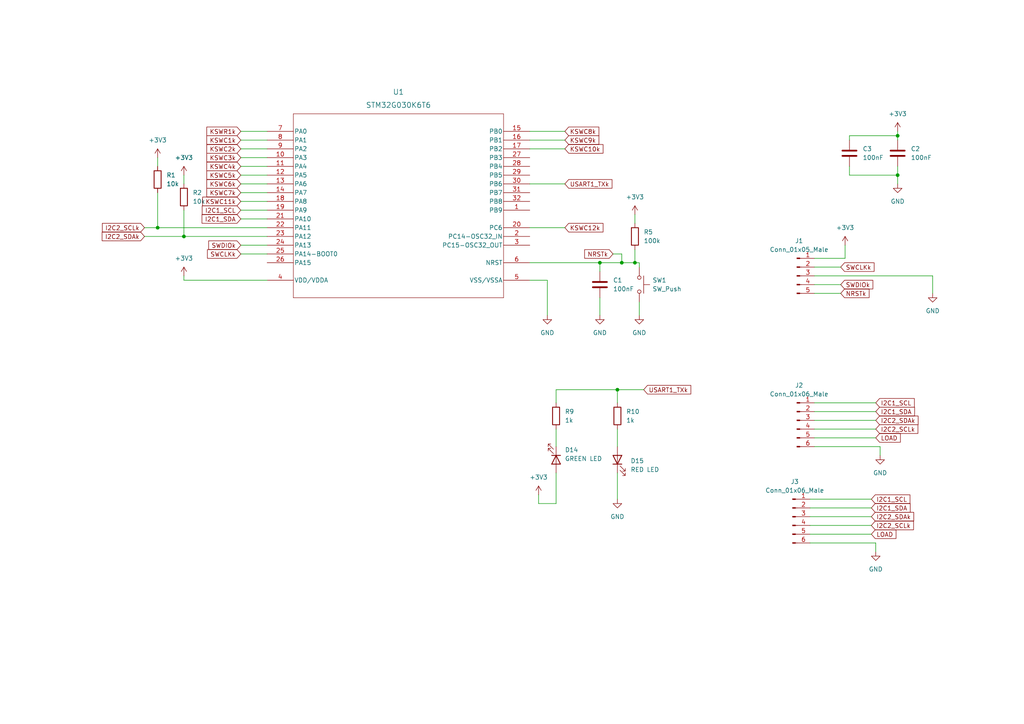
<source format=kicad_sch>
(kicad_sch (version 20211123) (generator eeschema)
  (paper "A4")
  (lib_symbols
    (symbol "2023-04-19_13-34-55:STM32G030K6T6" (pin_names (offset 0.254))
      (property "Reference" "U" (at 38.1 10.16 0))
      (property "Value" "STM32G030K6T6" (at 38.1 7.62 0))
      (symbol "STM32G030K6T6_0_1"
        (polyline (pts (xy 7.62 -48.26) (xy 68.58 -48.26)) (stroke (width 0.127)))
        (polyline (pts (xy 7.62 5.08) (xy 7.62 -48.26)) (stroke (width 0.127)))
        (polyline (pts (xy 68.58 -48.26) (xy 68.58 5.08)) (stroke (width 0.127)))
        (polyline (pts (xy 68.58 5.08) (xy 7.62 5.08)) (stroke (width 0.127)))
        (pin bidirectional line (at 76.2 -22.86 180) (length 7.62) (name "PB9") (number "1"))
        (pin bidirectional line (at 0 -7.62 0) (length 7.62) (name "PA3") (number "10"))
        (pin bidirectional line (at 0 -10.16 0) (length 7.62) (name "PA4") (number "11"))
        (pin bidirectional line (at 0 -12.7 0) (length 7.62) (name "PA5") (number "12"))
        (pin bidirectional line (at 0 -15.24 0) (length 7.62) (name "PA6") (number "13"))
        (pin bidirectional line (at 0 -17.78 0) (length 7.62) (name "PA7") (number "14"))
        (pin bidirectional line (at 76.2 0 180) (length 7.62) (name "PB0") (number "15"))
        (pin bidirectional line (at 76.2 -2.54 180) (length 7.62) (name "PB1") (number "16"))
        (pin bidirectional line (at 76.2 -5.08 180) (length 7.62) (name "PB2") (number "17"))
        (pin bidirectional line (at 0 -20.32 0) (length 7.62) (name "PA8") (number "18"))
        (pin bidirectional line (at 0 -22.86 0) (length 7.62) (name "PA9") (number "19"))
        (pin bidirectional line (at 76.2 -30.48 180) (length 7.62) (name "PC14-OSC32_IN") (number "2"))
        (pin bidirectional line (at 76.2 -27.94 180) (length 7.62) (name "PC6") (number "20"))
        (pin bidirectional line (at 0 -25.4 0) (length 7.62) (name "PA10") (number "21"))
        (pin bidirectional line (at 0 -27.94 0) (length 7.62) (name "PA11") (number "22"))
        (pin bidirectional line (at 0 -30.48 0) (length 7.62) (name "PA12") (number "23"))
        (pin bidirectional line (at 0 -33.02 0) (length 7.62) (name "PA13") (number "24"))
        (pin bidirectional line (at 0 -35.56 0) (length 7.62) (name "PA14-BOOT0") (number "25"))
        (pin bidirectional line (at 0 -38.1 0) (length 7.62) (name "PA15") (number "26"))
        (pin bidirectional line (at 76.2 -7.62 180) (length 7.62) (name "PB3") (number "27"))
        (pin bidirectional line (at 76.2 -10.16 180) (length 7.62) (name "PB4") (number "28"))
        (pin bidirectional line (at 76.2 -12.7 180) (length 7.62) (name "PB5") (number "29"))
        (pin bidirectional line (at 76.2 -33.02 180) (length 7.62) (name "PC15-OSC32_OUT") (number "3"))
        (pin bidirectional line (at 76.2 -15.24 180) (length 7.62) (name "PB6") (number "30"))
        (pin bidirectional line (at 76.2 -17.78 180) (length 7.62) (name "PB7") (number "31"))
        (pin bidirectional line (at 76.2 -20.32 180) (length 7.62) (name "PB8") (number "32"))
        (pin power_in line (at 0 -43.18 0) (length 7.62) (name "VDD/VDDA") (number "4"))
        (pin power_in line (at 76.2 -43.18 180) (length 7.62) (name "VSS/VSSA") (number "5"))
        (pin bidirectional line (at 76.2 -38.1 180) (length 7.62) (name "NRST") (number "6"))
        (pin bidirectional line (at 0 0 0) (length 7.62) (name "PA0") (number "7"))
        (pin bidirectional line (at 0 -2.54 0) (length 7.62) (name "PA1") (number "8"))
        (pin bidirectional line (at 0 -5.08 0) (length 7.62) (name "PA2") (number "9"))
      )
    )
    (symbol "Connector:Conn_01x05_Male" (pin_names (offset 1.016) hide)
      (property "Reference" "J" (at 0 7.62 0))
      (property "Value" "Conn_01x05_Male" (at 0 -7.62 0))
      (symbol "Conn_01x05_Male_1_1"
        (polyline (pts (xy 1.27 -5.08) (xy 0.8636 -5.08)) (stroke (width 0.1524)))
        (polyline (pts (xy 1.27 -2.54) (xy 0.8636 -2.54)) (stroke (width 0.1524)))
        (polyline (pts (xy 1.27 0) (xy 0.8636 0)) (stroke (width 0.1524)))
        (polyline (pts (xy 1.27 2.54) (xy 0.8636 2.54)) (stroke (width 0.1524)))
        (polyline (pts (xy 1.27 5.08) (xy 0.8636 5.08)) (stroke (width 0.1524)))
        (rectangle (start 0.8636 -4.953) (end 0 -5.207) (stroke (width 0.1524)) (fill (type outline)))
        (rectangle (start 0.8636 -2.413) (end 0 -2.667) (stroke (width 0.1524)) (fill (type outline)))
        (rectangle (start 0.8636 0.127) (end 0 -0.127) (stroke (width 0.1524)) (fill (type outline)))
        (rectangle (start 0.8636 2.667) (end 0 2.413) (stroke (width 0.1524)) (fill (type outline)))
        (rectangle (start 0.8636 5.207) (end 0 4.953) (stroke (width 0.1524)) (fill (type outline)))
        (pin passive line (at 5.08 5.08 180) (length 3.81) (name "Pin_1") (number "1"))
        (pin passive line (at 5.08 2.54 180) (length 3.81) (name "Pin_2") (number "2"))
        (pin passive line (at 5.08 0 180) (length 3.81) (name "Pin_3") (number "3"))
        (pin passive line (at 5.08 -2.54 180) (length 3.81) (name "Pin_4") (number "4"))
        (pin passive line (at 5.08 -5.08 180) (length 3.81) (name "Pin_5") (number "5"))
      )
    )
    (symbol "Connector:Conn_01x06_Male" (pin_names (offset 1.016) hide)
      (property "Reference" "J" (at 0 7.62 0))
      (property "Value" "Conn_01x06_Male" (at 0 -10.16 0))
      (symbol "Conn_01x06_Male_1_1"
        (polyline (pts (xy 1.27 -7.62) (xy 0.8636 -7.62)) (stroke (width 0.1524)))
        (polyline (pts (xy 1.27 -5.08) (xy 0.8636 -5.08)) (stroke (width 0.1524)))
        (polyline (pts (xy 1.27 -2.54) (xy 0.8636 -2.54)) (stroke (width 0.1524)))
        (polyline (pts (xy 1.27 0) (xy 0.8636 0)) (stroke (width 0.1524)))
        (polyline (pts (xy 1.27 2.54) (xy 0.8636 2.54)) (stroke (width 0.1524)))
        (polyline (pts (xy 1.27 5.08) (xy 0.8636 5.08)) (stroke (width 0.1524)))
        (rectangle (start 0.8636 -7.493) (end 0 -7.747) (stroke (width 0.1524)) (fill (type outline)))
        (rectangle (start 0.8636 -4.953) (end 0 -5.207) (stroke (width 0.1524)) (fill (type outline)))
        (rectangle (start 0.8636 -2.413) (end 0 -2.667) (stroke (width 0.1524)) (fill (type outline)))
        (rectangle (start 0.8636 0.127) (end 0 -0.127) (stroke (width 0.1524)) (fill (type outline)))
        (rectangle (start 0.8636 2.667) (end 0 2.413) (stroke (width 0.1524)) (fill (type outline)))
        (rectangle (start 0.8636 5.207) (end 0 4.953) (stroke (width 0.1524)) (fill (type outline)))
        (pin passive line (at 5.08 5.08 180) (length 3.81) (name "Pin_1") (number "1"))
        (pin passive line (at 5.08 2.54 180) (length 3.81) (name "Pin_2") (number "2"))
        (pin passive line (at 5.08 0 180) (length 3.81) (name "Pin_3") (number "3"))
        (pin passive line (at 5.08 -2.54 180) (length 3.81) (name "Pin_4") (number "4"))
        (pin passive line (at 5.08 -5.08 180) (length 3.81) (name "Pin_5") (number "5"))
        (pin passive line (at 5.08 -7.62 180) (length 3.81) (name "Pin_6") (number "6"))
      )
    )
    (symbol "Device:C" (pin_numbers hide) (pin_names (offset 0.254))
      (property "Reference" "C" (at 0.635 2.54 0))
      (property "Value" "C" (at 0.635 -2.54 0))
      (symbol "C_0_1"
        (polyline (pts (xy -2.032 -0.762) (xy 2.032 -0.762)) (stroke (width 0.508)))
        (polyline (pts (xy -2.032 0.762) (xy 2.032 0.762)) (stroke (width 0.508)))
      )
      (symbol "C_1_1"
        (pin passive line (at 0 3.81 270) (length 2.794) (name "~") (number "1"))
        (pin passive line (at 0 -3.81 90) (length 2.794) (name "~") (number "2"))
      )
    )
    (symbol "Device:LED" (pin_numbers hide) (pin_names (offset 1.016) hide)
      (property "Reference" "D" (at 0 2.54 0))
      (property "Value" "LED" (at 0 -2.54 0))
      (symbol "LED_0_1"
        (polyline (pts (xy -1.27 -1.27) (xy -1.27 1.27)) (stroke (width 0.254)))
        (polyline (pts (xy -1.27 0) (xy 1.27 0)))
        (polyline (pts (xy 1.27 -1.27) (xy 1.27 1.27) (xy -1.27 0) (xy 1.27 -1.27)) (stroke (width 0.254)))
        (polyline (pts (xy -3.048 -0.762) (xy -4.572 -2.286) (xy -3.81 -2.286) (xy -4.572 -2.286) (xy -4.572 -1.524)))
        (polyline (pts (xy -1.778 -0.762) (xy -3.302 -2.286) (xy -2.54 -2.286) (xy -3.302 -2.286) (xy -3.302 -1.524)))
      )
      (symbol "LED_1_1"
        (pin passive line (at -3.81 0 0) (length 2.54) (name "K") (number "1"))
        (pin passive line (at 3.81 0 180) (length 2.54) (name "A") (number "2"))
      )
    )
    (symbol "Device:R" (pin_numbers hide) (pin_names (offset 0))
      (property "Reference" "R" (at 2.032 0 90))
      (property "Value" "R" (at 0 0 90))
      (symbol "R_0_1"
        (rectangle (start -1.016 -2.54) (end 1.016 2.54) (stroke (width 0.254)))
      )
      (symbol "R_1_1"
        (pin passive line (at 0 3.81 270) (length 1.27) (name "~") (number "1"))
        (pin passive line (at 0 -3.81 90) (length 1.27) (name "~") (number "2"))
      )
    )
    (symbol "Switch:SW_Push" (pin_numbers hide) (pin_names (offset 1.016) hide)
      (property "Reference" "SW" (at 1.27 2.54 0))
      (property "Value" "SW_Push" (at 0 -1.524 0))
      (symbol "SW_Push_0_1"
        (circle (center -2.032 0) (radius 0.508))
        (polyline (pts (xy 0 1.27) (xy 0 3.048)))
        (polyline (pts (xy 2.54 1.27) (xy -2.54 1.27)))
        (circle (center 2.032 0) (radius 0.508))
        (pin passive line (at -5.08 0 0) (length 2.54) (name "1") (number "1"))
        (pin passive line (at 5.08 0 180) (length 2.54) (name "2") (number "2"))
      )
    )
    (symbol "power:+3.3V" (power) (pin_names (offset 0))
      (property "Value" "+3.3V" (at 0 3.556 0))
      (symbol "+3.3V_0_1"
        (polyline (pts (xy -0.762 1.27) (xy 0 2.54)))
        (polyline (pts (xy 0 0) (xy 0 2.54)))
        (polyline (pts (xy 0 2.54) (xy 0.762 1.27)))
      )
      (symbol "+3.3V_1_1"
        (pin power_in line (at 0 0 90) (length 0) hide (name "+3V3") (number "1"))
      )
    )
    (symbol "power:GND" (power) (pin_names (offset 0))
      (property "Value" "GND" (at 0 -3.81 0))
      (symbol "GND_0_1"
        (polyline (pts (xy 0 0) (xy 0 -1.27) (xy 1.27 -1.27) (xy 0 -2.54) (xy -1.27 -1.27) (xy 0 -1.27)))
      )
      (symbol "GND_1_1"
        (pin power_in line (at 0 0 270) (length 0) hide (name "GND") (number "1"))
      )
    )
  )
  (junction (at 53.34 68.58))
  (junction (at 184.15 76.2))
  (junction (at 173.99 76.2))
  (junction (at 179.07 113.03))
  (junction (at 260.35 39.37))
  (junction (at 45.72 66.04))
  (junction (at 180.34 76.2))
  (junction (at 260.35 50.8))
  (wire (pts (xy 69.85 73.66) (xy 77.47 73.66)))
  (wire (pts (xy 270.51 85.09) (xy 270.51 80.01)))
  (wire (pts (xy 185.42 87.63) (xy 185.42 91.44)))
  (wire (pts (xy 236.22 74.93) (xy 245.11 74.93)))
  (wire (pts (xy 179.07 113.03) (xy 161.29 113.03)))
  (wire (pts (xy 173.99 78.74) (xy 173.99 76.2)))
  (wire (pts (xy 246.38 40.64) (xy 246.38 39.37)))
  (wire (pts (xy 246.38 39.37) (xy 260.35 39.37)))
  (wire (pts (xy 153.67 76.2) (xy 173.99 76.2)))
  (wire (pts (xy 179.07 113.03) (xy 179.07 116.84)))
  (wire (pts (xy 45.72 45.72) (xy 45.72 48.26)))
  (wire (pts (xy 179.07 124.46) (xy 179.07 129.54)))
  (wire (pts (xy 180.34 76.2) (xy 173.99 76.2)))
  (wire (pts (xy 69.85 58.42) (xy 77.47 58.42)))
  (wire (pts (xy 45.72 66.04) (xy 77.47 66.04)))
  (wire (pts (xy 69.85 43.18) (xy 77.47 43.18)))
  (wire (pts (xy 53.34 50.8) (xy 53.34 53.34)))
  (wire (pts (xy 254 157.48) (xy 254 160.02)))
  (wire (pts (xy 184.15 62.23) (xy 184.15 64.77)))
  (wire (pts (xy 69.85 38.1) (xy 77.47 38.1)))
  (wire (pts (xy 234.95 149.86) (xy 252.73 149.86)))
  (wire (pts (xy 236.22 127) (xy 254 127)))
  (wire (pts (xy 69.85 53.34) (xy 77.47 53.34)))
  (wire (pts (xy 186.69 113.03) (xy 179.07 113.03)))
  (wire (pts (xy 236.22 121.92) (xy 254 121.92)))
  (wire (pts (xy 236.22 116.84) (xy 254 116.84)))
  (wire (pts (xy 236.22 82.55) (xy 243.84 82.55)))
  (wire (pts (xy 53.34 68.58) (xy 77.47 68.58)))
  (wire (pts (xy 236.22 129.54) (xy 255.27 129.54)))
  (wire (pts (xy 177.8 73.66) (xy 180.34 73.66)))
  (wire (pts (xy 153.67 53.34) (xy 163.83 53.34)))
  (wire (pts (xy 156.21 146.05) (xy 161.29 146.05)))
  (wire (pts (xy 246.38 48.26) (xy 246.38 50.8)))
  (wire (pts (xy 185.42 76.2) (xy 184.15 76.2)))
  (wire (pts (xy 153.67 40.64) (xy 163.83 40.64)))
  (wire (pts (xy 260.35 38.1) (xy 260.35 39.37)))
  (wire (pts (xy 53.34 81.28) (xy 53.34 80.01)))
  (wire (pts (xy 153.67 43.18) (xy 163.83 43.18)))
  (wire (pts (xy 41.91 66.04) (xy 45.72 66.04)))
  (wire (pts (xy 69.85 71.12) (xy 77.47 71.12)))
  (wire (pts (xy 184.15 72.39) (xy 184.15 76.2)))
  (wire (pts (xy 173.99 86.36) (xy 173.99 91.44)))
  (wire (pts (xy 161.29 113.03) (xy 161.29 116.84)))
  (wire (pts (xy 69.85 45.72) (xy 77.47 45.72)))
  (wire (pts (xy 69.85 60.96) (xy 77.47 60.96)))
  (wire (pts (xy 69.85 50.8) (xy 77.47 50.8)))
  (wire (pts (xy 179.07 137.16) (xy 179.07 144.78)))
  (wire (pts (xy 236.22 124.46) (xy 254 124.46)))
  (wire (pts (xy 234.95 154.94) (xy 252.73 154.94)))
  (wire (pts (xy 69.85 48.26) (xy 77.47 48.26)))
  (wire (pts (xy 234.95 152.4) (xy 252.73 152.4)))
  (wire (pts (xy 255.27 129.54) (xy 255.27 132.08)))
  (wire (pts (xy 236.22 77.47) (xy 243.84 77.47)))
  (wire (pts (xy 69.85 40.64) (xy 77.47 40.64)))
  (wire (pts (xy 236.22 119.38) (xy 254 119.38)))
  (wire (pts (xy 45.72 55.88) (xy 45.72 66.04)))
  (wire (pts (xy 156.21 143.51) (xy 156.21 146.05)))
  (wire (pts (xy 153.67 38.1) (xy 163.83 38.1)))
  (wire (pts (xy 184.15 76.2) (xy 180.34 76.2)))
  (wire (pts (xy 234.95 147.32) (xy 252.73 147.32)))
  (wire (pts (xy 246.38 50.8) (xy 260.35 50.8)))
  (wire (pts (xy 245.11 74.93) (xy 245.11 71.12)))
  (wire (pts (xy 69.85 55.88) (xy 77.47 55.88)))
  (wire (pts (xy 234.95 157.48) (xy 254 157.48)))
  (wire (pts (xy 161.29 124.46) (xy 161.29 129.54)))
  (wire (pts (xy 260.35 48.26) (xy 260.35 50.8)))
  (wire (pts (xy 69.85 63.5) (xy 77.47 63.5)))
  (wire (pts (xy 180.34 73.66) (xy 180.34 76.2)))
  (wire (pts (xy 53.34 60.96) (xy 53.34 68.58)))
  (wire (pts (xy 236.22 80.01) (xy 270.51 80.01)))
  (wire (pts (xy 53.34 81.28) (xy 77.47 81.28)))
  (wire (pts (xy 153.67 66.04) (xy 163.83 66.04)))
  (wire (pts (xy 236.22 85.09) (xy 243.84 85.09)))
  (wire (pts (xy 158.75 81.28) (xy 158.75 91.44)))
  (wire (pts (xy 153.67 81.28) (xy 158.75 81.28)))
  (wire (pts (xy 161.29 146.05) (xy 161.29 137.16)))
  (wire (pts (xy 41.91 68.58) (xy 53.34 68.58)))
  (wire (pts (xy 260.35 50.8) (xy 260.35 53.34)))
  (wire (pts (xy 260.35 39.37) (xy 260.35 40.64)))
  (wire (pts (xy 185.42 77.47) (xy 185.42 76.2)))
  (wire (pts (xy 234.95 144.78) (xy 252.73 144.78)))
  (global_label "SWCLKk" (shape input) (at 69.85 73.66 180) (property "Intersheet References" "${INTERSHEET_REFS}" (effects hide)))
  (global_label "I2C2_SDAk" (shape input) (at 252.73 149.86 0) (property "Intersheet References" "${INTERSHEET_REFS}" (effects hide)))
  (global_label "KSWC2k" (shape input) (at 69.85 43.18 180) (property "Intersheet References" "${INTERSHEET_REFS}" (effects hide)))
  (global_label "I2C1_SCL" (shape input) (at 69.85 60.96 180) (property "Intersheet References" "${INTERSHEET_REFS}" (effects hide)))
  (global_label "I2C1_SCL" (shape input) (at 252.73 144.78 0) (property "Intersheet References" "${INTERSHEET_REFS}" (effects hide)))
  (global_label "I2C2_SCLk" (shape input) (at 254 124.46 0) (property "Intersheet References" "${INTERSHEET_REFS}" (effects hide)))
  (global_label "NRSTk" (shape input) (at 177.8 73.66 180) (property "Intersheet References" "${INTERSHEET_REFS}" (effects hide)))
  (global_label "KSWC7k" (shape input) (at 69.85 55.88 180) (property "Intersheet References" "${INTERSHEET_REFS}" (effects hide)))
  (global_label "I2C1_SDA" (shape input) (at 254 119.38 0) (property "Intersheet References" "${INTERSHEET_REFS}" (effects hide)))
  (global_label "KSWC10k" (shape input) (at 163.83 43.18 0) (property "Intersheet References" "${INTERSHEET_REFS}" (effects hide)))
  (global_label "KSWC8k" (shape input) (at 163.83 38.1 0) (property "Intersheet References" "${INTERSHEET_REFS}" (effects hide)))
  (global_label "LOAD" (shape input) (at 252.73 154.94 0) (property "Intersheet References" "${INTERSHEET_REFS}" (effects hide)))
  (global_label "I2C2_SCLk" (shape input) (at 41.91 66.04 180) (property "Intersheet References" "${INTERSHEET_REFS}" (effects hide)))
  (global_label "I2C1_SDA" (shape input) (at 69.85 63.5 180) (property "Intersheet References" "${INTERSHEET_REFS}" (effects hide)))
  (global_label "KSWC12k" (shape input) (at 163.83 66.04 0) (property "Intersheet References" "${INTERSHEET_REFS}" (effects hide)))
  (global_label "KSWC9k" (shape input) (at 163.83 40.64 0) (property "Intersheet References" "${INTERSHEET_REFS}" (effects hide)))
  (global_label "KSWC11k" (shape input) (at 69.85 58.42 180) (property "Intersheet References" "${INTERSHEET_REFS}" (effects hide)))
  (global_label "KSWC5k" (shape input) (at 69.85 50.8 180) (property "Intersheet References" "${INTERSHEET_REFS}" (effects hide)))
  (global_label "LOAD" (shape input) (at 254 127 0) (property "Intersheet References" "${INTERSHEET_REFS}" (effects hide)))
  (global_label "KSWC4k" (shape input) (at 69.85 48.26 180) (property "Intersheet References" "${INTERSHEET_REFS}" (effects hide)))
  (global_label "I2C1_SCL" (shape input) (at 254 116.84 0) (property "Intersheet References" "${INTERSHEET_REFS}" (effects hide)))
  (global_label "KSWR1k" (shape input) (at 69.85 38.1 180) (property "Intersheet References" "${INTERSHEET_REFS}" (effects hide)))
  (global_label "USART1_TXk" (shape input) (at 186.69 113.03 0) (property "Intersheet References" "${INTERSHEET_REFS}" (effects hide)))
  (global_label "I2C1_SDA" (shape input) (at 252.73 147.32 0) (property "Intersheet References" "${INTERSHEET_REFS}" (effects hide)))
  (global_label "SWDIOk" (shape input) (at 69.85 71.12 180) (property "Intersheet References" "${INTERSHEET_REFS}" (effects hide)))
  (global_label "I2C2_SDAk" (shape input) (at 254 121.92 0) (property "Intersheet References" "${INTERSHEET_REFS}" (effects hide)))
  (global_label "SWDIOk" (shape input) (at 243.84 82.55 0) (property "Intersheet References" "${INTERSHEET_REFS}" (effects hide)))
  (global_label "USART1_TXk" (shape input) (at 163.83 53.34 0) (property "Intersheet References" "${INTERSHEET_REFS}" (effects hide)))
  (global_label "KSWC1k" (shape input) (at 69.85 40.64 180) (property "Intersheet References" "${INTERSHEET_REFS}" (effects hide)))
  (global_label "KSWC6k" (shape input) (at 69.85 53.34 180) (property "Intersheet References" "${INTERSHEET_REFS}" (effects hide)))
  (global_label "I2C2_SCLk" (shape input) (at 252.73 152.4 0) (property "Intersheet References" "${INTERSHEET_REFS}" (effects hide)))
  (global_label "I2C2_SDAk" (shape input) (at 41.91 68.58 180) (property "Intersheet References" "${INTERSHEET_REFS}" (effects hide)))
  (global_label "NRSTk" (shape input) (at 243.84 85.09 0) (property "Intersheet References" "${INTERSHEET_REFS}" (effects hide)))
  (global_label "KSWC3k" (shape input) (at 69.85 45.72 180) (property "Intersheet References" "${INTERSHEET_REFS}" (effects hide)))
  (global_label "SWCLKk" (shape input) (at 243.84 77.47 0) (property "Intersheet References" "${INTERSHEET_REFS}" (effects hide)))
  (symbol (lib_id "power:+3.3V") (at 184.15 62.23 0) (unit 1)
    (property "Reference" "#PWR06" (effects hide))
    (property "Value" "+3.3V" (at 184.15 57.15 0))
  )
  (symbol (lib_id "power:+3.3V") (at 53.34 80.01 0) (unit 1)
    (property "Reference" "#PWR01" (effects hide))
    (property "Value" "+3.3V" (at 53.34 74.93 0))
  )
  (symbol (lib_id "Device:R") (at 161.29 120.65 0) (unit 1)
    (property "Reference" "R9" (at 163.83 119.3799 0) (effects (justify left)))
    (property "Value" "1k" (at 163.83 121.9199 0) (effects (justify left)))
    (property "Footprint" "Resistor_SMD:R_0805_2012Metric_Pad1.20x1.40mm_HandSolder" (effects hide))
  )
  (symbol (lib_id "power:GND") (at 255.27 132.08 0) (unit 1)
    (property "Reference" "#PWR04" (effects hide))
    (property "Value" "GND" (at 255.27 137.16 0))
  )
  (symbol (lib_id "power:GND") (at 270.51 85.09 0) (unit 1)
    (property "Reference" "#PWR013" (effects hide))
    (property "Value" "GND" (at 270.51 90.17 0))
  )
  (symbol (lib_id "Device:R") (at 179.07 120.65 0) (unit 1)
    (property "Reference" "R10" (at 181.61 119.3799 0) (effects (justify left)))
    (property "Value" "1k" (at 181.61 121.9199 0) (effects (justify left)))
    (property "Footprint" "Resistor_SMD:R_0805_2012Metric_Pad1.20x1.40mm_HandSolder" (effects hide))
  )
  (symbol (lib_id "Device:R") (at 53.34 57.15 0) (unit 1)
    (property "Reference" "R2" (at 55.88 55.8799 0) (effects (justify left)))
    (property "Value" "10k" (at 55.88 58.4199 0) (effects (justify left)))
    (property "Footprint" "Resistor_SMD:R_0805_2012Metric_Pad1.20x1.40mm_HandSolder" (effects hide))
  )
  (symbol (lib_id "power:GND") (at 185.42 91.44 0) (unit 1)
    (property "Reference" "#PWR05" (effects hide))
    (property "Value" "GND" (at 185.42 96.52 0))
  )
  (symbol (lib_id "power:GND") (at 260.35 53.34 0) (unit 1)
    (property "Reference" "#PWR012" (effects hide))
    (property "Value" "GND" (at 260.35 58.42 0))
  )
  (symbol (lib_id "power:+3.3V") (at 45.72 45.72 0) (unit 1)
    (property "Reference" "#PWR08" (effects hide))
    (property "Value" "+3.3V" (at 45.72 40.64 0))
  )
  (symbol (lib_id "Device:R") (at 45.72 52.07 0) (unit 1)
    (property "Reference" "R1" (at 48.26 50.7999 0) (effects (justify left)))
    (property "Value" "10k" (at 48.26 53.3399 0) (effects (justify left)))
    (property "Footprint" "Resistor_SMD:R_0805_2012Metric_Pad1.20x1.40mm_HandSolder" (effects hide))
  )
  (symbol (lib_id "Device:C") (at 173.99 82.55 0) (unit 1)
    (property "Reference" "C1" (at 177.8 81.2799 0) (effects (justify left)))
    (property "Value" "100nF" (at 177.8 83.8199 0) (effects (justify left)))
    (property "Footprint" "Capacitor_SMD:C_0805_2012Metric_Pad1.18x1.45mm_HandSolder" (effects hide))
  )
  (symbol (lib_id "Connector:Conn_01x06_Male") (at 231.14 121.92 0) (unit 1)
    (property "Reference" "J2" (at 231.775 111.76 0))
    (property "Value" "Conn_01x06_Male" (at 231.775 114.3 0))
    (property "Footprint" "Connector_PinSocket_2.54mm:PinSocket_1x06_P2.54mm_Vertical" (effects hide))
  )
  (symbol (lib_id "Device:R") (at 184.15 68.58 0) (unit 1)
    (property "Reference" "R5" (at 186.69 67.3099 0) (effects (justify left)))
    (property "Value" "100k" (at 186.69 69.8499 0) (effects (justify left)))
    (property "Footprint" "Resistor_SMD:R_0805_2012Metric_Pad1.20x1.40mm_HandSolder" (effects hide))
  )
  (symbol (lib_id "power:GND") (at 173.99 91.44 0) (unit 1)
    (property "Reference" "#PWR03" (effects hide))
    (property "Value" "GND" (at 173.99 96.52 0))
  )
  (symbol (lib_id "power:+3.3V") (at 156.21 143.51 0) (unit 1)
    (property "Reference" "#PWR016" (effects hide))
    (property "Value" "+3.3V" (at 156.21 138.43 0))
  )
  (symbol (lib_id "power:+3.3V") (at 53.34 50.8 0) (unit 1)
    (property "Reference" "#PWR09" (effects hide))
    (property "Value" "+3.3V" (at 53.34 45.72 0))
  )
  (symbol (lib_id "power:+3.3V") (at 245.11 71.12 0) (unit 1)
    (property "Reference" "#PWR011" (effects hide))
    (property "Value" "+3.3V" (at 245.11 66.04 0))
  )
  (symbol (lib_id "Device:LED") (at 179.07 133.35 90) (unit 1)
    (property "Reference" "D15" (at 182.88 133.6674 90) (effects (justify right)))
    (property "Value" "RED LED" (at 182.88 136.2074 90) (effects (justify right)))
    (property "Footprint" "LED_SMD:LED_0805_2012Metric_Pad1.15x1.40mm_HandSolder" (effects hide))
  )
  (symbol (lib_id "Connector:Conn_01x05_Male") (at 231.14 80.01 0) (unit 1)
    (property "Reference" "J1" (at 231.775 69.85 0))
    (property "Value" "Conn_01x05_Male" (at 231.775 72.39 0))
    (property "Footprint" "Connector_PinSocket_2.54mm:PinSocket_1x05_P2.54mm_Vertical" (effects hide))
  )
  (symbol (lib_id "power:GND") (at 254 160.02 0) (unit 1)
    (property "Reference" "#PWR0101" (effects hide))
    (property "Value" "GND" (at 254 165.1 0))
  )
  (symbol (lib_id "power:GND") (at 158.75 91.44 0) (unit 1)
    (property "Reference" "#PWR02" (effects hide))
    (property "Value" "GND" (at 158.75 96.52 0))
  )
  (symbol (lib_id "Device:LED") (at 161.29 133.35 270) (unit 1)
    (property "Reference" "D14" (at 163.83 130.4924 90) (effects (justify left)))
    (property "Value" "GREEN LED" (at 163.83 133.0324 90) (effects (justify left)))
    (property "Footprint" "LED_SMD:LED_0805_2012Metric_Pad1.15x1.40mm_HandSolder" (effects hide))
  )
  (symbol (lib_id "2023-04-19_13-34-55:STM32G030K6T6") (at 77.47 38.1 0) (unit 1)
    (property "Reference" "U1" (at 115.57 26.67 0) (effects (font (size 1.524 1.524))))
    (property "Value" "STM32G030K6T6" (at 115.57 30.48 0) (effects (font (size 1.524 1.524))))
    (property "Footprint" "footprints:LQFP-32" (effects hide))
    (property "Datasheet" "STM32G030K6T6" (effects hide))
  )
  (symbol (lib_id "Connector:Conn_01x06_Male") (at 229.87 149.86 0) (unit 1)
    (property "Reference" "J3" (at 230.505 139.7 0))
    (property "Value" "Conn_01x06_Male" (at 230.505 142.24 0))
    (property "Footprint" "Connector_PinSocket_2.54mm:PinSocket_1x06_P2.54mm_Vertical" (effects hide))
  )
  (symbol (lib_id "Device:C") (at 260.35 44.45 0) (unit 1)
    (property "Reference" "C2" (at 264.16 43.1799 0) (effects (justify left)))
    (property "Value" "100nF" (at 264.16 45.7199 0) (effects (justify left)))
    (property "Footprint" "Capacitor_SMD:C_0805_2012Metric_Pad1.18x1.45mm_HandSolder" (effects hide))
  )
  (symbol (lib_id "Switch:SW_Push") (at 185.42 82.55 270) (unit 1)
    (property "Reference" "SW1" (at 189.23 81.2799 90) (effects (justify left)))
    (property "Value" "SW_Push" (at 189.23 83.8199 90) (effects (justify left)))
    (property "Footprint" "tactile_button:ROCPU Switches TP10721645" (effects hide))
  )
  (symbol (lib_id "power:GND") (at 179.07 144.78 0) (unit 1)
    (property "Reference" "#PWR017" (effects hide))
    (property "Value" "GND" (at 179.07 149.86 0))
  )
  (symbol (lib_id "Device:C") (at 246.38 44.45 0) (unit 1)
    (property "Reference" "C3" (at 250.19 43.1799 0) (effects (justify left)))
    (property "Value" "100nF" (at 250.19 45.7199 0) (effects (justify left)))
    (property "Footprint" "Capacitor_SMD:C_0805_2012Metric_Pad1.18x1.45mm_HandSolder" (effects hide))
  )
  (symbol (lib_id "power:+3.3V") (at 260.35 38.1 0) (unit 1)
    (property "Reference" "#PWR07" (effects hide))
    (property "Value" "+3.3V" (at 260.35 33.02 0))
  )
)
</source>
